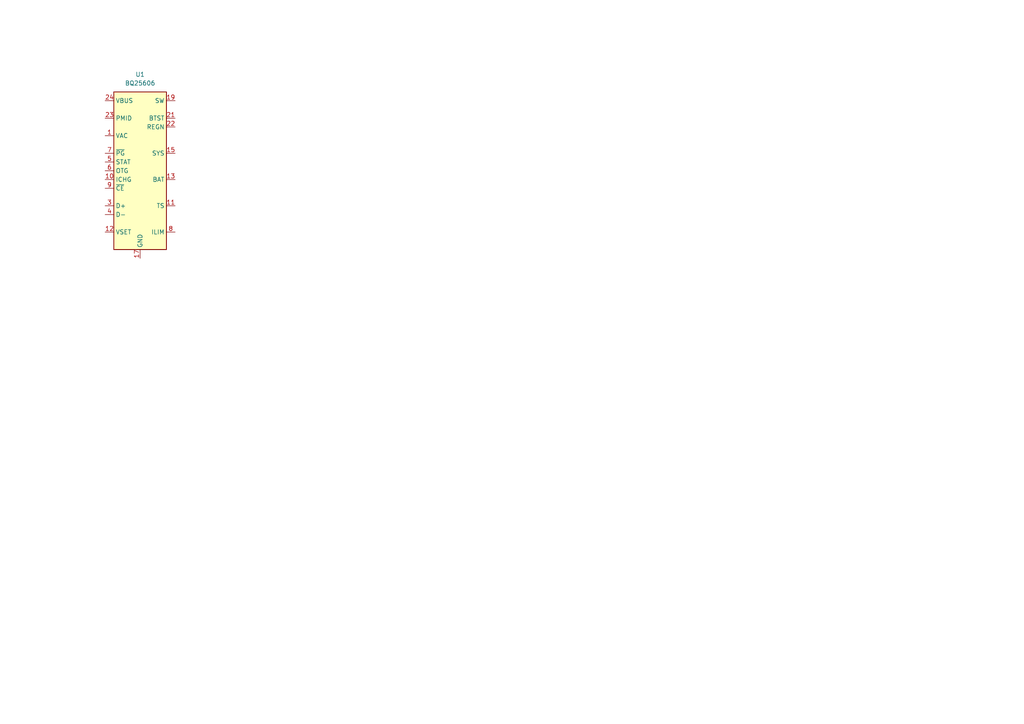
<source format=kicad_sch>
(kicad_sch (version 20231120) (generator "eeschema") (generator_version "8.0")
  (paper "A4")
  (lib_symbols
    (symbol "TouchLed:BQ25606"
      (property "Reference" "U1" (at 0 27.94 0))
      (property "Value" "BQ25606" (at 0 25.4 0))
      (symbol "BQ25606_0_1"
        (rectangle (start -7.62 22.86) (end 7.62 -22.86) (stroke (width 0.254)) (fill (type background)))
      )
      (symbol "BQ25606_1_1"
        (pin input line (at -10.16 10.16 0) (length 2.54) (name "VAC") (number "1"))
        (pin input line (at -10.16 -2.54 0) (length 2.54) (name "ICHG") (number "10"))
        (pin input line (at 10.16 -10.16 180) (length 2.54) (name "TS") (number "11"))
        (pin input line (at -10.16 -17.78 0) (length 2.54) (name "VSET") (number "12"))
        (pin power_out line (at 10.16 -2.54 180) (length 2.54) (name "BAT") (number "13"))
        (pin power_out line (at 10.16 -2.54 180) (length 2.54) hide (name "BAT") (number "14"))
        (pin power_out line (at 10.16 5.08 180) (length 2.54) (name "SYS") (number "15"))
        (pin power_out line (at 10.16 5.08 180) (length 2.54) hide (name "SYS") (number "16"))
        (pin passive line (at 0 -25.4 90) (length 2.54) (name "GND") (number "17"))
        (pin passive line (at 0 -25.4 90) (length 2.54) hide (name "GND") (number "18"))
        (pin power_out line (at 10.16 20.32 180) (length 2.54) (name "SW") (number "19"))
        (pin power_out line (at 10.16 20.32 180) (length 2.54) hide (name "SW") (number "20"))
        (pin power_out line (at 10.16 15.24 180) (length 2.54) (name "BTST") (number "21"))
        (pin power_out line (at 10.16 12.7 180) (length 2.54) (name "REGN") (number "22"))
        (pin power_out line (at -10.16 15.24 0) (length 2.54) (name "PMID") (number "23"))
        (pin power_in line (at -10.16 20.32 0) (length 2.54) (name "VBUS") (number "24"))
        (pin passive line (at 0 -25.4 90) (length 2.54) hide (name "GND") (number "25"))
        (pin bidirectional line (at -10.16 -10.16 0) (length 2.54) (name "D+") (number "3"))
        (pin bidirectional line (at -10.16 -12.7 0) (length 2.54) (name "D-") (number "4"))
        (pin output line (at -10.16 2.54 0) (length 2.54) (name "STAT") (number "5"))
        (pin input line (at -10.16 0 0) (length 2.54) (name "OTG") (number "6"))
        (pin open_collector line (at -10.16 5.08 0) (length 2.54) (name "~{PG}") (number "7"))
        (pin input line (at 10.16 -17.78 180) (length 2.54) (name "ILIM") (number "8"))
        (pin input line (at -10.16 -5.08 0) (length 2.54) (name "~{CE}") (number "9"))
      )
    )
  )
  (symbol (lib_id "TouchLed:BQ25606") (at 40.64 49.53 0) (unit 1)
    (property "Reference" "U1" (at 40.64 21.59 0))
    (property "Value" "BQ25606" (at 40.64 24.13 0))
    (property "Footprint" "Package_DFN_QFN:Texas_RGE0024H_VQFN-24-1EP_4x4mm_P0.5mm_EP2.7x2.7mm" (effects (hide yes)))
    (property "Datasheet" "https://www.ti.com/lit/ds/symlink/bq25606.pdf" (effects (hide yes)))
    (property "Description" "TI Standalone 1-Cell 3.0-A Buck Battery Charger, power path selector and JEITA compatible temperature sensing." (effects (hide yes)))
  )
)
</source>
